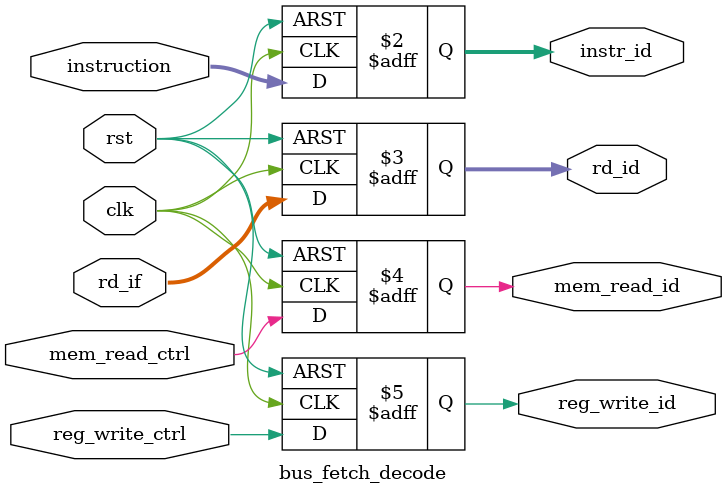
<source format=v>
module bus_fetch_decode (
    input clk,                // Clock signal
    input rst,                // Reset signal
    input [31:0] instruction, // Instruction from IF stage
    input [4:0] rd_if,        // Destination register from IF stage
    input mem_read_ctrl,      // Control signal for memory read
    input reg_write_ctrl,     // Control signal for register write
    output reg [31:0] instr_id, // Instruction to ID stage
    output reg [4:0] rd_id,     // Destination register to ID stage
    output reg mem_read_id,    // Memory read control to ID stage
    output reg reg_write_id    // Register write control to ID stage
);

    always @(posedge clk or posedge rst) begin
        if (rst)
            begin
                instr_id <= 32'b0;
                rd_id <= 5'b0;
                mem_read_id <= 1'b0;
                reg_write_id <= 1'b0;
            end
        else
            begin
                instr_id <= instruction;
                rd_id <= rd_if;
                mem_read_id <= mem_read_ctrl;
                reg_write_id <= reg_write_ctrl;
            end
    end

endmodule
</source>
